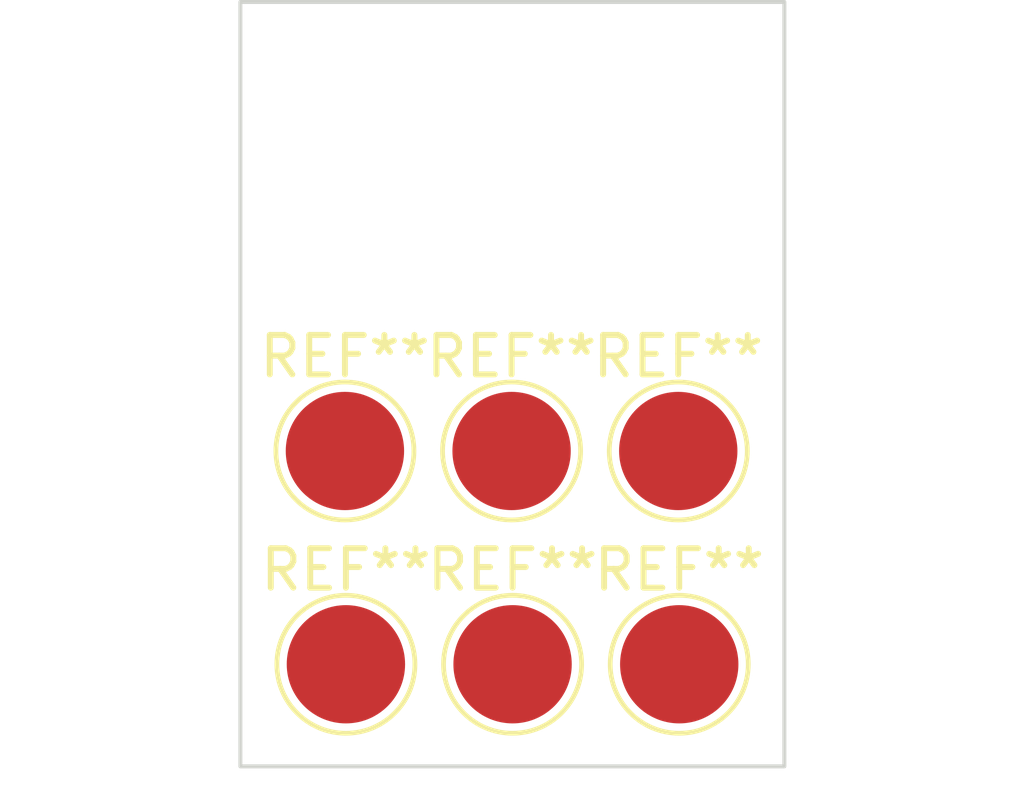
<source format=kicad_pcb>
(kicad_pcb (version 20221018) (generator pcbnew)
  (layers (0 "F.Cu" signal) (31 "B.Cu" signal) (34 "B.Paste" user) (35 "F.Paste" user) (36 "B.SilkS" user "B.Silkscreen") (37 "F.SilkS" user "F.Silkscreen") (38 "B.Mask" user) (39 "F.Mask" user) (44 "Edge.Cuts" user))
  (net 0 "")
  (footprint "TestPoint:TestPoint_Pad_D3.0mm" (layer "F.Cu") (at 143.03 53.41)
    (fp_text reference "REF**" (at 0 -2.398) (layer "F.SilkS"))
    (fp_text value "TestPoint_Pad_D3.0mm")
    (fp_circle (center 0 0) (end 0 1.75) (stroke (width 0.12)) (fill none) (layer "F.SilkS"))
    (pad "1" smd circle (at 0 0) (size 3 3) (layers "F.Cu" "F.Mask"))
  )
  (footprint "TestPoint:TestPoint_Pad_D3.0mm" (layer "F.Cu") (at 134.605 58.82)
    (fp_text reference "REF**" (at 0 -2.398) (layer "F.SilkS"))
    (fp_text value "TestPoint_Pad_D3.0mm")
    (fp_circle (center 0 0) (end 0 1.75) (stroke (width 0.12)) (fill none) (layer "F.SilkS"))
    (pad "1" smd circle (at 0 0) (size 3 3) (layers "F.Cu" "F.Mask"))
  )
  (footprint "TestPoint:TestPoint_Pad_D3.0mm" (layer "F.Cu") (at 138.805 53.41)
    (fp_text reference "REF**" (at 0 -2.398) (layer "F.SilkS"))
    (fp_text value "TestPoint_Pad_D3.0mm")
    (fp_circle (center 0 0) (end 0 1.75) (stroke (width 0.12)) (fill none) (layer "F.SilkS"))
    (pad "1" smd circle (at 0 0) (size 3 3) (layers "F.Cu" "F.Mask"))
  )
  (footprint "TestPoint:TestPoint_Pad_D3.0mm" (layer "F.Cu") (at 143.055 58.82)
    (fp_text reference "REF**" (at 0 -2.398) (layer "F.SilkS"))
    (fp_text value "TestPoint_Pad_D3.0mm")
    (fp_circle (center 0 0) (end 0 1.75) (stroke (width 0.12)) (fill none) (layer "F.SilkS"))
    (pad "1" smd circle (at 0 0) (size 3 3) (layers "F.Cu" "F.Mask"))
  )
  (footprint "TestPoint:TestPoint_Pad_D3.0mm" (layer "F.Cu") (at 134.58 53.41)
    (fp_text reference "REF**" (at 0 -2.398) (layer "F.SilkS"))
    (fp_text value "TestPoint_Pad_D3.0mm")
    (fp_circle (center 0 0) (end 0 1.75) (stroke (width 0.12)) (fill none) (layer "F.SilkS"))
    (pad "1" smd circle (at 0 0) (size 3 3) (layers "F.Cu" "F.Mask"))
  )
  (footprint "TestPoint:TestPoint_Pad_D3.0mm" (layer "F.Cu") (at 138.83 58.82)
    (fp_text reference "REF**" (at 0 -2.398) (layer "F.SilkS"))
    (fp_text value "TestPoint_Pad_D3.0mm")
    (fp_circle (center 0 0) (end 0 1.75) (stroke (width 0.12)) (fill none) (layer "F.SilkS"))
    (pad "1" smd circle (at 0 0) (size 3 3) (layers "F.Cu" "F.Mask"))
  )
  (gr_rect (start 131.93 42.02) (end 145.72 61.41) (stroke (width 0.1)) (fill none) (layer "Edge.Cuts"))
)
</source>
